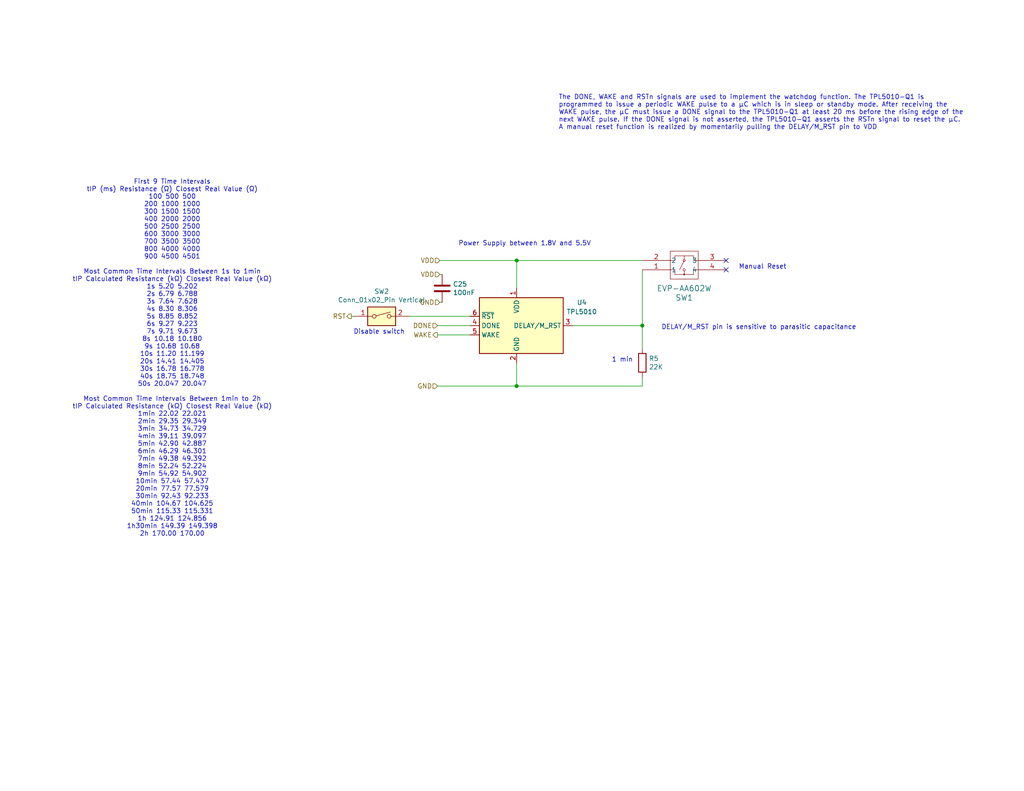
<source format=kicad_sch>
(kicad_sch (version 20250114) (generator "eeschema") (generator_version "9.0")
  (paper "A")
  (title_block (title "EXTERNAL WATCHDOG") (date "2020-05-02"))
  (lib_symbols
    (symbol "Common:EVP-AA602W" (pin_names (offset 0.254))
      (property "Reference" "SW" (at 11.43 7.62 0))
      (property "Value" "EVP-AA602W" (at 10.16 5.08 0))
      (symbol "EVP-AA602W_0_1"
        (polyline (pts (xy 7.62 2.54) (xy 7.62 -5.08)) (stroke (width 0.127)))
        (polyline (pts (xy 7.62 0) (xy 8.89 0)) (stroke (width 0.127)))
        (polyline (pts (xy 7.62 -2.54) (xy 8.89 -2.54)) (stroke (width 0.127)))
        (polyline (pts (xy 7.62 -5.08) (xy 15.24 -5.08)) (stroke (width 0.127)))
        (polyline (pts (xy 8.89 1.27) (xy 8.89 0)) (stroke (width 0.127)))
        (polyline (pts (xy 8.89 -2.54) (xy 8.89 -3.81)) (stroke (width 0.127)))
        (polyline (pts (xy 8.89 -3.81) (xy 13.97 -3.81)) (stroke (width 0.127)))
        (circle (center 11.43 1.27) (radius 0.127) (stroke (width 0.2032)))
        (polyline (pts (xy 11.43 0.3175) (xy 11.43 1.27)) (stroke (width 0.127)))
        (circle (center 11.43 0) (radius 0.3048) (stroke (width 0.127)))
        (polyline (pts (xy 11.43 -2.54) (xy 10.16 0)) (stroke (width 0.127)))
        (circle (center 11.43 -2.54) (radius 0.3048) (stroke (width 0.127)))
        (polyline (pts (xy 11.43 -3.81) (xy 11.43 -2.8575)) (stroke (width 0.127)))
        (polyline (pts (xy 13.97 1.27) (xy 8.89 1.27)) (stroke (width 0.127)))
        (polyline (pts (xy 13.97 0) (xy 13.97 1.27)) (stroke (width 0.127)))
        (polyline (pts (xy 13.97 0) (xy 15.24 0)) (stroke (width 0.127)))
        (polyline (pts (xy 13.97 -2.54) (xy 15.24 -2.54)) (stroke (width 0.127)))
        (polyline (pts (xy 13.97 -3.81) (xy 13.97 -2.54)) (stroke (width 0.127)))
        (polyline (pts (xy 15.24 2.54) (xy 7.62 2.54)) (stroke (width 0.127)))
        (polyline (pts (xy 15.24 -5.08) (xy 15.24 2.54)) (stroke (width 0.127)))
      )
      (symbol "EVP-AA602W_1_1"
        (pin passive line (at 0 0 0) (length 7.62) (name "1") (number "1"))
        (pin passive line (at 0 -2.54 0) (length 7.62) (name "2") (number "2"))
        (pin passive line (at 22.86 0 180) (length 7.62) (name "4") (number "4"))
        (pin passive line (at 22.86 -2.54 180) (length 7.62) (name "3") (number "3"))
      )
    )
    (symbol "Device:C" (pin_numbers (hide yes)) (pin_names (offset 0.254))
      (property "Reference" "C" (at 0.635 2.54 0))
      (property "Value" "C" (at 0.635 -2.54 0))
      (symbol "C_0_1"
        (polyline (pts (xy -2.032 0.762) (xy 2.032 0.762)) (stroke (width 0.508)))
        (polyline (pts (xy -2.032 -0.762) (xy 2.032 -0.762)) (stroke (width 0.508)))
      )
      (symbol "C_1_1"
        (pin passive line (at 0 3.81 270) (length 2.794) (name "~") (number "1"))
        (pin passive line (at 0 -3.81 90) (length 2.794) (name "~") (number "2"))
      )
    )
    (symbol "Device:R" (pin_numbers (hide yes)) (pin_names (offset 0))
      (property "Reference" "R" (at 2.032 0 90))
      (property "Value" "R" (at 0 0 90))
      (symbol "R_0_1"
        (rectangle (start -1.016 -2.54) (end 1.016 2.54) (stroke (width 0.254)))
      )
      (symbol "R_1_1"
        (pin passive line (at 0 3.81 270) (length 1.27) (name "~") (number "1"))
        (pin passive line (at 0 -3.81 90) (length 1.27) (name "~") (number "2"))
      )
    )
    (symbol "Switch:SW_DIP_x01" (pin_names (offset 0) (hide yes))
      (property "Reference" "SW" (at 0 3.81 0))
      (property "Value" "SW_DIP_x01" (at 0 -3.81 0))
      (symbol "SW_DIP_x01_0_0"
        (circle (center -2.032 0) (radius 0.508))
        (polyline (pts (xy -1.524 0.127) (xy 2.3622 1.1684)))
        (circle (center 2.032 0) (radius 0.508))
      )
      (symbol "SW_DIP_x01_0_1"
        (rectangle (start -3.81 2.54) (end 3.81 -2.54) (stroke (width 0.254)) (fill (type background)))
      )
      (symbol "SW_DIP_x01_1_1"
        (pin passive line (at -7.62 0 0) (length 5.08) (name "~") (number "1"))
        (pin passive line (at 7.62 0 180) (length 5.08) (name "~") (number "2"))
      )
    )
    (symbol "Timer:TPL5010"
      (property "Reference" "U" (at -8.89 8.89 0))
      (property "Value" "TPL5010" (at 6.35 8.89 0))
      (symbol "TPL5010_0_1"
        (rectangle (start -12.7 7.62) (end 10.16 -7.62) (stroke (width 0.254)) (fill (type background)))
      )
      (symbol "TPL5010_1_1"
        (pin input line (at -15.24 0 0) (length 2.54) (name "DELAY/M_RST") (number "3"))
        (pin power_in line (at 0 10.16 270) (length 2.54) (name "VDD") (number "1"))
        (pin power_in line (at 0 -10.16 90) (length 2.54) (name "GND") (number "2"))
        (pin open_collector line (at 12.7 2.54 180) (length 2.54) (name "~{RST}") (number "6"))
        (pin input line (at 12.7 0 180) (length 2.54) (name "DONE") (number "4"))
        (pin output line (at 12.7 -2.54 180) (length 2.54) (name "WAKE") (number "5"))
      )
    )
  )
  (text "DELAY/M_RST pin is sensitive to parasitic capacitance" (at 233.68 90.17 0) (effects (font (size 1.27 1.27)) (justify right bottom)))
  (text "The DONE, WAKE and RSTn signals are used to implement the watchdog function. The TPL5010-Q1 is\nprogrammed to issue a periodic WAKE pulse to a μC which is in sleep or standby mode. After receiving the\nWAKE pulse, the μC must issue a DONE signal to the TPL5010-Q1 at least 20 ms before the rising edge of the\nnext WAKE pulse. If the DONE signal is not asserted, the TPL5010-Q1 asserts the RSTn signal to reset the μC.\nA manual reset function is realized by momentarily pulling the DELAY/M_RST pin to VDD" (at 152.4 35.56 0) (effects (font (size 1.27 1.27)) (justify left bottom)))
  (text "Power Supply between 1.8V and 5.5V" (at 161.29 67.31 0) (effects (font (size 1.27 1.27)) (justify right bottom)))
  (text "Disable switch" (at 110.49 91.44 0) (effects (font (size 1.27 1.27)) (justify right bottom)))
  (text "Manual Reset" (at 214.63 73.66 0) (effects (font (size 1.27 1.27)) (justify right bottom)))
  (text "First 9 Time Intervals\ntIP (ms) Resistance (Ω) Closest Real Value (Ω)\n100 500 500\n200 1000 1000\n300 1500 1500\n400 2000 2000\n500 2500 2500\n600 3000 3000\n700 3500 3500\n800 4000 4000\n900 4500 4501\n\nMost Common Time Intervals Between 1s to 1min\ntIP Calculated Resistance (kΩ) Closest Real Value (kΩ)\n1s 5.20 5.202\n2s 6.79 6.788\n3s 7.64 7.628\n4s 8.30 8.306\n5s 8.85 8.852\n6s 9.27 9.223\n7s 9.71 9.673\n8s 10.18 10.180\n9s 10.68 10.68\n10s 11.20 11.199\n20s 14.41 14.405\n30s 16.78 16.778\n40s 18.75 18.748\n50s 20.047 20.047\n\nMost Common Time Intervals Between 1min to 2h\ntIP Calculated Resistance (kΩ) Closest Real Value (kΩ)\n1min 22.02 22.021\n2min 29.35 29.349\n3min 34.73 34.729\n4min 39.11 39.097\n5min 42.90 42.887\n6min 46.29 46.301\n7min 49.38 49.392\n8min 52.24 52.224\n9min 54.92 54.902\n10min 57.44 57.437\n20min 77.57 77.579\n30min 92.43 92.233\n40min 104.67 104.625\n50min 115.33 115.331\n1h 124.91 124.856\n1h30min 149.39 149.398\n2h 170.00 170.00" (at 46.99 97.79 0) (effects (font (size 1.27 1.27))))
  (text "1 min" (at 172.72 99.06 0) (effects (font (size 1.27 1.27)) (justify right bottom)))
  (junction (at 175.26 88.9))
  (junction (at 140.97 105.41))
  (junction (at 140.97 71.12))
  (no_connect (at 198.12 71.12))
  (no_connect (at 198.12 73.66))
  (wire (pts (xy 156.21 88.9) (xy 175.26 88.9)))
  (wire (pts (xy 140.97 71.12) (xy 175.26 71.12)))
  (wire (pts (xy 119.38 88.9) (xy 128.27 88.9)))
  (wire (pts (xy 140.97 105.41) (xy 175.26 105.41)))
  (wire (pts (xy 111.76 86.36) (xy 128.27 86.36)))
  (wire (pts (xy 95.885 86.36) (xy 96.52 86.36)))
  (wire (pts (xy 140.97 71.12) (xy 140.97 78.74)))
  (wire (pts (xy 128.27 91.44) (xy 119.38 91.44)))
  (wire (pts (xy 175.26 73.66) (xy 175.26 88.9)))
  (wire (pts (xy 175.26 105.41) (xy 175.26 102.87)))
  (wire (pts (xy 175.26 88.9) (xy 175.26 95.25)))
  (wire (pts (xy 120.015 71.12) (xy 140.97 71.12)))
  (wire (pts (xy 120.015 74.93) (xy 120.65 74.93)))
  (wire (pts (xy 120.015 82.55) (xy 120.65 82.55)))
  (wire (pts (xy 140.97 105.41) (xy 140.97 99.06)))
  (wire (pts (xy 119.38 105.41) (xy 140.97 105.41)))
  (hierarchical_label "DONE" (shape input) (at 119.38 88.9 180))
  (hierarchical_label "GND" (shape input) (at 119.38 105.41 180))
  (hierarchical_label "GND" (shape input) (at 120.015 82.55 180))
  (hierarchical_label "VDD" (shape input) (at 120.015 71.12 180))
  (hierarchical_label "VDD" (shape input) (at 120.015 74.93 180))
  (hierarchical_label "RST" (shape output) (at 95.885 86.36 180))
  (hierarchical_label "WAKE" (shape output) (at 119.38 91.44 180))
  (symbol (lib_id "Timer:TPL5010") (at 140.97 88.9 0) (mirror y) (unit 1)
    (property "Reference" "U7" (at 158.75 82.5814 0))
    (property "Value" "TPL5010" (at 158.75 85.1214 0))
    (property "Footprint" "Package_TO_SOT_SMD:SOT-23-6" (effects (hide yes)))
    (property "Datasheet" "https://www.ti.com/general/docs/suppproductinfo.tsp?distId=10&gotoUrl=https%3A%2F%2Fwww.ti.com%2Flit%2Fgpn%2Ftpl5010" (effects (hide yes)))
    (property "Description" "IC OSC PROG TIMER TSOT23-6" (effects (hide yes)))
    (property "Manufacturer" "TI" (effects (hide yes)))
    (property "Part Number" "TPL5010DDCR" (effects (hide yes)))
    (instances (project "EPS" (path "" (reference "U4") (unit 1))) (project "sci_board" (path "" (reference "U24") (unit 1))) (project "" (path "" (reference "U7") (unit 1))))
  )
  (symbol (lib_id "Device:C") (at 120.65 78.74 0) (unit 1)
    (property "Reference" "C40" (at 123.571 77.5716 0) (effects (justify left)))
    (property "Value" "100nF" (at 123.571 79.883 0) (effects (justify left)))
    (property "Footprint" "Capacitor_SMD:C_0402_1005Metric_Pad0.74x0.62mm_HandSolder" (effects (hide yes)))
    (property "Datasheet" "https://search.murata.co.jp/Ceramy/image/img/A01X/G101/ENG/GRM155R61E104KA87-01.pdf" (effects (hide yes)))
    (property "Description" "Unpolarized capacitor" (effects (hide yes)))
    (property "Voltage" "25" (effects (hide yes)))
    (property "Manufacturer" "Murata" (effects (hide yes)))
    (property "Part Number" "GRM155R61E104KA87D" (effects (hide yes)))
    (property "Tolerance" "10" (effects (hide yes)))
    (property "Temperture Coefficient" "X5R" (effects (hide yes)))
    (instances (project "EPS" (path "" (reference "C25") (unit 1))) (project "sci_board" (path "" (reference "C57") (unit 1))) (project "" (path "" (reference "C40") (unit 1))))
  )
  (symbol (lib_id "Switch:SW_DIP_x01") (at 104.14 86.36 0) (unit 1)
    (property "Reference" "SW2" (at 104.14 79.5782 0))
    (property "Value" "Conn_01x02_Pin Vertical" (at 104.14 81.8896 0))
    (property "Footprint" "Connector_PinHeader_2.54mm:PinHeader_1x02_P2.54mm_Vertical" (effects (hide yes)))
    (property "Description" "Conn_01x02_Pin Vertical" (effects (hide yes)))
    (property "Manufacturer" "generic" (effects (hide yes)))
    (property "Part Number" "vertical" (effects (hide yes)))
  )
  (symbol (lib_id "Device:R") (at 175.26 99.06 0) (unit 1)
    (property "Reference" "R12" (at 177.038 97.8916 0) (effects (justify left)))
    (property "Value" "22K" (at 177.038 100.203 0) (effects (justify left)))
    (property "Footprint" "Resistor_SMD:R_0402_1005Metric_Pad0.72x0.64mm_HandSolder" (effects (hide yes)))
    (property "Datasheet" "https://www.yageo.com/upload/media/product/products/datasheet/rchip/PYu-RC_Group_51_RoHS_L_12.pdf" (effects (hide yes)))
    (property "Description" "Resistor" (effects (hide yes)))
    (property "Manufacturer" "YAGEO" (effects (hide yes)))
    (property "Part Number" "RC0402FR-0722KL" (effects (hide yes)))
    (property "Tolerance" "1" (effects (hide yes)))
    (instances (project "EPS" (path "" (reference "R5") (unit 1))) (project "sci_board" (path "" (reference "R35") (unit 1))) (project "" (path "" (reference "R12") (unit 1))))
  )
  (symbol (lib_id "Common:EVP-AA602W") (at 175.26 73.66 0) (mirror x) (unit 1)
    (property "Reference" "SW1" (at 186.69 81.28 0) (effects (font (size 1.524 1.524))))
    (property "Value" "EVP-AA602W" (at 186.69 78.74 0) (effects (font (size 1.524 1.524))))
    (property "Footprint" "Common:EVP602AA" (effects (hide yes)))
    (property "Datasheet" "https://www3.panasonic.biz/ac/cdn/e/control/switch/light-touch/catalog/sw_lt_eng_3529s.pdf" (effects (hide yes)))
    (property "Description" "SWITCH TACTILE SPST-NO 0.02A 15V" (effects (hide yes)))
    (property "Manufacturer" "Panasonic" (effects (hide yes)))
    (property "Part Number" "EVP-AA602W" (effects (hide yes)))
  )
)
</source>
